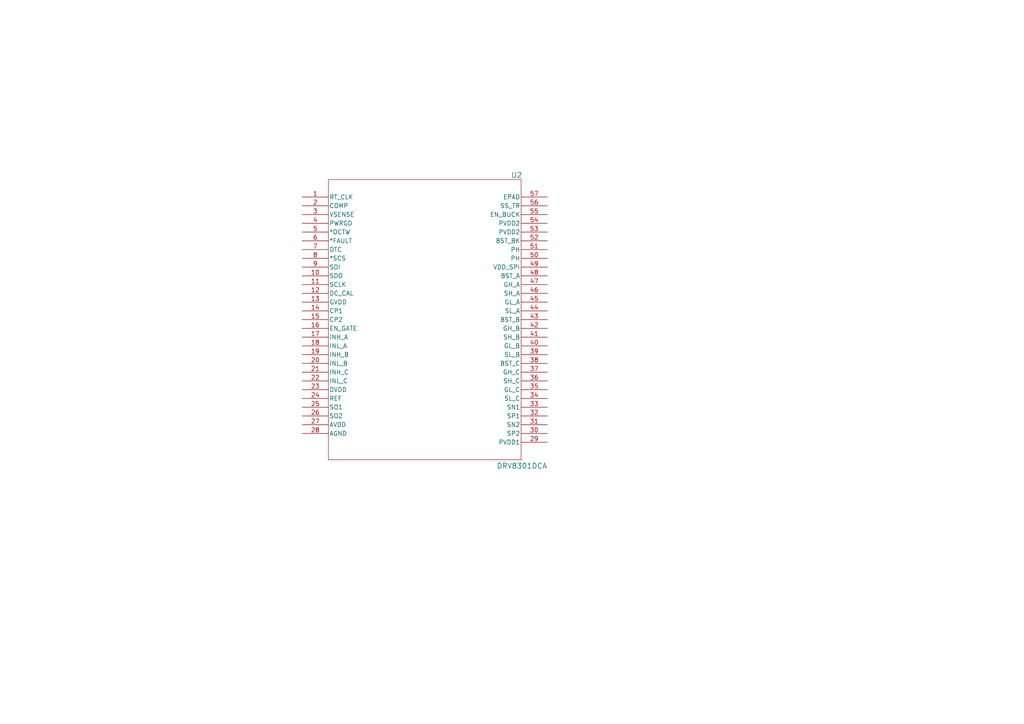
<source format=kicad_sch>
(kicad_sch (version 20231120) (generator "eeschema") (generator_version "8.0")
  (paper "A4")
  (lib_symbols
    (symbol "2024-08-26_19-09-43:DRV8301DCA" (pin_names (offset 0.254))
      (property "Reference" "U" (at 35.56 10.16 0))
      (property "Value" "DRV8301DCA" (at 35.56 7.62 0))
      (symbol "DRV8301DCA_0_1"
        (polyline (pts (xy 7.62 -76.2) (xy 63.5 -76.2)) (stroke (width 0.127)))
        (polyline (pts (xy 7.62 5.08) (xy 7.62 -76.2)) (stroke (width 0.127)))
        (polyline (pts (xy 63.5 -76.2) (xy 63.5 5.08)) (stroke (width 0.127)))
        (polyline (pts (xy 63.5 5.08) (xy 7.62 5.08)) (stroke (width 0.127)))
        (pin input line (at 0 0 0) (length 7.62) (name "RT_CLK") (number "1"))
        (pin output line (at 0 -22.86 0) (length 7.62) (name "SDO") (number "10"))
        (pin input line (at 0 -25.4 0) (length 7.62) (name "SCLK") (number "11"))
        (pin input line (at 0 -27.94 0) (length 7.62) (name "DC_CAL") (number "12"))
        (pin power_in line (at 0 -30.48 0) (length 7.62) (name "GVDD") (number "13"))
        (pin power_in line (at 0 -33.02 0) (length 7.62) (name "CP1") (number "14"))
        (pin power_in line (at 0 -35.56 0) (length 7.62) (name "CP2") (number "15"))
        (pin input line (at 0 -38.1 0) (length 7.62) (name "EN_GATE") (number "16"))
        (pin input line (at 0 -40.64 0) (length 7.62) (name "INH_A") (number "17"))
        (pin input line (at 0 -43.18 0) (length 7.62) (name "INL_A") (number "18"))
        (pin input line (at 0 -45.72 0) (length 7.62) (name "INH_B") (number "19"))
        (pin output line (at 0 -2.54 0) (length 7.62) (name "COMP") (number "2"))
        (pin input line (at 0 -48.26 0) (length 7.62) (name "INL_B") (number "20"))
        (pin input line (at 0 -50.8 0) (length 7.62) (name "INH_C") (number "21"))
        (pin input line (at 0 -53.34 0) (length 7.62) (name "INL_C") (number "22"))
        (pin power_in line (at 0 -55.88 0) (length 7.62) (name "DVDD") (number "23"))
        (pin input line (at 0 -58.42 0) (length 7.62) (name "REF") (number "24"))
        (pin output line (at 0 -60.96 0) (length 7.62) (name "SO1") (number "25"))
        (pin output line (at 0 -63.5 0) (length 7.62) (name "SO2") (number "26"))
        (pin power_in line (at 0 -66.04 0) (length 7.62) (name "AVDD") (number "27"))
        (pin power_in line (at 0 -68.58 0) (length 7.62) (name "AGND") (number "28"))
        (pin power_in line (at 71.12 -71.12 180) (length 7.62) (name "PVDD1") (number "29"))
        (pin input line (at 0 -5.08 0) (length 7.62) (name "VSENSE") (number "3"))
        (pin input line (at 71.12 -68.58 180) (length 7.62) (name "SP2") (number "30"))
        (pin input line (at 71.12 -66.04 180) (length 7.62) (name "SN2") (number "31"))
        (pin input line (at 71.12 -63.5 180) (length 7.62) (name "SP1") (number "32"))
        (pin input line (at 71.12 -60.96 180) (length 7.62) (name "SN1") (number "33"))
        (pin input line (at 71.12 -58.42 180) (length 7.62) (name "SL_C") (number "34"))
        (pin output line (at 71.12 -55.88 180) (length 7.62) (name "GL_C") (number "35"))
        (pin input line (at 71.12 -53.34 180) (length 7.62) (name "SH_C") (number "36"))
        (pin output line (at 71.12 -50.8 180) (length 7.62) (name "GH_C") (number "37"))
        (pin power_in line (at 71.12 -48.26 180) (length 7.62) (name "BST_C") (number "38"))
        (pin input line (at 71.12 -45.72 180) (length 7.62) (name "SL_B") (number "39"))
        (pin input line (at 0 -7.62 0) (length 7.62) (name "PWRGD") (number "4"))
        (pin output line (at 71.12 -43.18 180) (length 7.62) (name "GL_B") (number "40"))
        (pin input line (at 71.12 -40.64 180) (length 7.62) (name "SH_B") (number "41"))
        (pin output line (at 71.12 -38.1 180) (length 7.62) (name "GH_B") (number "42"))
        (pin power_in line (at 71.12 -35.56 180) (length 7.62) (name "BST_B") (number "43"))
        (pin input line (at 71.12 -33.02 180) (length 7.62) (name "SL_A") (number "44"))
        (pin output line (at 71.12 -30.48 180) (length 7.62) (name "GL_A") (number "45"))
        (pin input line (at 71.12 -27.94 180) (length 7.62) (name "SH_A") (number "46"))
        (pin output line (at 71.12 -25.4 180) (length 7.62) (name "GH_A") (number "47"))
        (pin power_in line (at 71.12 -22.86 180) (length 7.62) (name "BST_A") (number "48"))
        (pin input line (at 71.12 -20.32 180) (length 7.62) (name "VDD_SPI") (number "49"))
        (pin output line (at 0 -10.16 0) (length 7.62) (name "*OCTW") (number "5"))
        (pin output line (at 71.12 -17.78 180) (length 7.62) (name "PH") (number "50"))
        (pin output line (at 71.12 -15.24 180) (length 7.62) (name "PH") (number "51"))
        (pin power_in line (at 71.12 -12.7 180) (length 7.62) (name "BST_BK") (number "52"))
        (pin power_in line (at 71.12 -10.16 180) (length 7.62) (name "PVDD2") (number "53"))
        (pin power_in line (at 71.12 -7.62 180) (length 7.62) (name "PVDD2") (number "54"))
        (pin input line (at 71.12 -5.08 180) (length 7.62) (name "EN_BUCK") (number "55"))
        (pin input line (at 71.12 -2.54 180) (length 7.62) (name "SS_TR") (number "56"))
        (pin unspecified line (at 71.12 0 180) (length 7.62) (name "EPAD") (number "57"))
        (pin output line (at 0 -12.7 0) (length 7.62) (name "*FAULT") (number "6"))
        (pin input line (at 0 -15.24 0) (length 7.62) (name "DTC") (number "7"))
        (pin input line (at 0 -17.78 0) (length 7.62) (name "*SCS") (number "8"))
        (pin input line (at 0 -20.32 0) (length 7.62) (name "SDI") (number "9"))
      )
    )
  )
  (symbol (lib_id "2024-08-26_19-09-43:DRV8301DCA") (at 87.63 57.15 0) (unit 1)
    (property "Reference" "U2" (at 149.86 50.8 0) (effects (font (size 1.524 1.524))))
    (property "Value" "DRV8301DCA" (at 151.384 135.128 0) (effects (font (size 1.524 1.524))))
    (property "Footprint" "DCA56_6P35X3P61" (effects (hide yes)))
    (property "Datasheet" "DRV8301DCA" (effects (hide yes)))
  )
)
</source>
